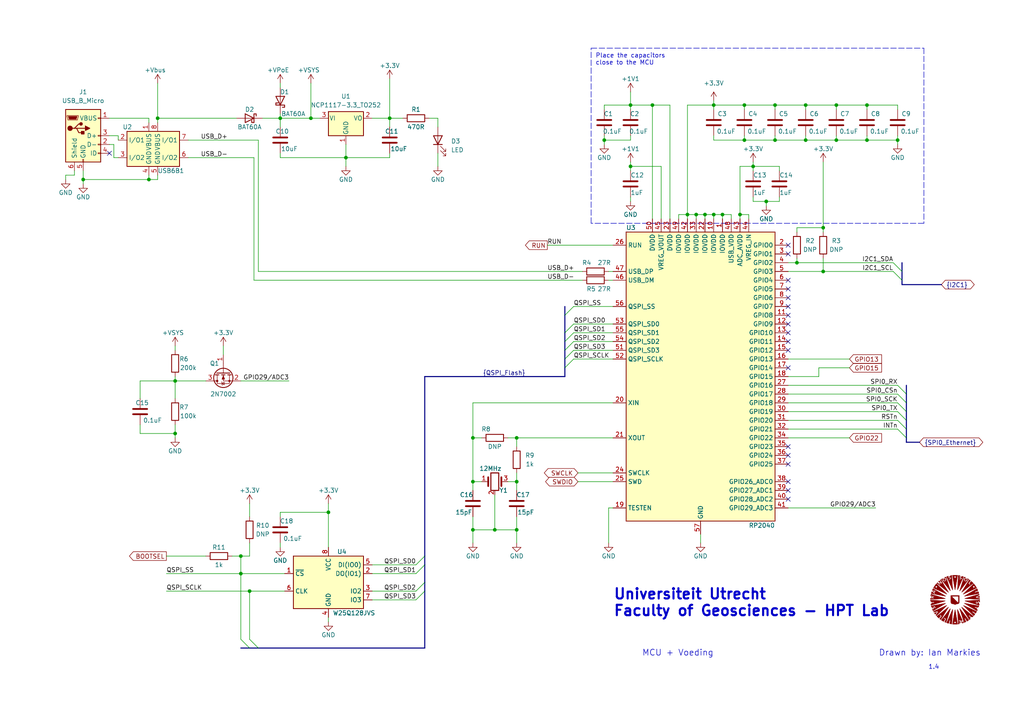
<source format=kicad_sch>
(kicad_sch (version 20211123) (generator eeschema)
  (paper "A4")
  (lib_symbols
    (symbol "+Vsys_1" (power) (in_bom no) (on_board no)
      (property "Value" "+Vsys_1" (at 0 3.81 0))
      (symbol "+Vsys_1_1_1"
        (pin power_in line (at 0 0 90) (length 0) hide (name "+VSYS") (number ""))
      )
    )
    (symbol "Connector:USB_B_Micro" (pin_names (offset 1.016))
      (property "Reference" "J" (at -5.08 11.43 0))
      (property "Value" "USB_B_Micro" (at -5.08 8.89 0))
      (symbol "USB_B_Micro_1_1"
        (pin power_out line (at 7.62 5.08 180) (length 2.54) (name "VBUS") (number "1"))
        (pin bidirectional line (at 7.62 -2.54 180) (length 2.54) (name "D-") (number "2"))
        (pin bidirectional line (at 7.62 0 180) (length 2.54) (name "D+") (number "3"))
        (pin passive line (at 7.62 -5.08 180) (length 2.54) (name "ID") (number "4"))
        (pin power_out line (at 0 -10.16 90) (length 2.54) (name "GND") (number "5"))
        (pin passive line (at -2.54 -10.16 90) (length 2.54) (name "Shield") (number "6"))
      )
    )
    (symbol "Device:C" (pin_numbers hide) (pin_names (offset 0.254))
      (property "Reference" "C" (at 0.635 2.54 0))
      (property "Value" "C" (at 0.635 -2.54 0))
      (symbol "C_1_1"
        (pin passive line (at 0 3.81 270) (length 2.794) (name "~") (number "1"))
        (pin passive line (at 0 -3.81 90) (length 2.794) (name "~") (number "2"))
      )
    )
    (symbol "Device:LED" (pin_numbers hide) (pin_names (offset 1.016) hide)
      (property "Reference" "D" (at 0 2.54 0))
      (property "Value" "LED" (at 0 -2.54 0))
      (symbol "LED_1_1"
        (pin passive line (at -3.81 0 0) (length 2.54) (name "K") (number "1"))
        (pin passive line (at 3.81 0 180) (length 2.54) (name "A") (number "2"))
      )
    )
    (symbol "Device:R" (pin_numbers hide) (pin_names (offset 0))
      (property "Reference" "R" (at 2.032 0 90))
      (property "Value" "R" (at 0 0 90))
      (symbol "R_1_1"
        (pin passive line (at 0 3.81 270) (length 1.27) (name "~") (number "1"))
        (pin passive line (at 0 -3.81 90) (length 1.27) (name "~") (number "2"))
      )
    )
    (symbol "Diode:BAT60A" (pin_numbers hide) (pin_names (offset 1.016) hide)
      (property "Reference" "D" (at 0 2.54 0))
      (property "Value" "BAT60A" (at 0 -2.54 0))
      (symbol "BAT60A_1_1"
        (pin passive line (at -3.81 0 0) (length 2.54) (name "K") (number "1"))
        (pin passive line (at 3.81 0 180) (length 2.54) (name "A") (number "2"))
      )
    )
    (symbol "HPT:+VPoE" (power) (in_bom no) (on_board no)
      (property "Value" "+VPoE" (at 0 5.08 0))
      (symbol "+VPoE_1_1"
        (pin power_in line (at 0 0 90) (length 0) hide (name "+VPoE") (number ""))
      )
    )
    (symbol "HPT:+Vbus" (power) (in_bom no) (on_board no)
      (property "Value" "+Vbus" (at 0 5.08 0))
      (symbol "+Vbus_1_1"
        (pin power_in line (at 0 0 90) (length 0) hide (name "+Vbus") (number ""))
      )
    )
    (symbol "HPT:+Vsys" (power) (in_bom no) (on_board no)
      (property "Value" "+Vsys" (at 0 3.81 0))
      (symbol "+Vsys_1_1"
        (pin power_in line (at 0 0 90) (length 0) hide (name "+VSYS") (number ""))
      )
    )
    (symbol "HPT:Crystal"
      (property "Reference" "U" (at 1.27 6.35 0))
      (property "Value" "Crystal" (at 0 -8.89 0))
      (symbol "Crystal_1_1"
        (pin passive line (at -3.81 0 0) (length 1.27) (name "") (number "1"))
        (pin passive line (at 0 -3.81 90) (length 1.27) (name "") (number "2"))
        (pin passive line (at 3.81 0 180) (length 1.27) (name "") (number "3"))
        (pin passive line (at 0 -3.81 90) (length 1.27) hide (name "") (number "4"))
      )
    )
    (symbol "HPT:LOGO" (pin_names (offset 1.016)))
    (symbol "MCU_RaspberryPi:RP2040"
      (property "Reference" "U3" (at -21.59 43.18 0))
      (property "Value" "RP2040" (at 13.97 -43.18 0))
      (symbol "RP2040_1_1"
        (pin power_in line (at 6.35 45.72 270) (length 3.81) (name "IOVDD") (number "1"))
        (pin power_in line (at 3.81 45.72 270) (length 3.81) (name "IOVDD") (number "10"))
        (pin bidirectional line (at 25.4 17.78 180) (length 3.81) (name "GPIO8") (number "11"))
        (pin bidirectional line (at 25.4 15.24 180) (length 3.81) (name "GPIO9") (number "12"))
        (pin bidirectional line (at 25.4 12.7 180) (length 3.81) (name "GPIO10") (number "13"))
        (pin bidirectional line (at 25.4 10.16 180) (length 3.81) (name "GPIO11") (number "14"))
        (pin bidirectional line (at 25.4 7.62 180) (length 3.81) (name "GPIO12") (number "15"))
        (pin bidirectional line (at 25.4 5.08 180) (length 3.81) (name "GPIO13") (number "16"))
        (pin bidirectional line (at 25.4 2.54 180) (length 3.81) (name "GPIO14") (number "17"))
        (pin bidirectional line (at 25.4 0 180) (length 3.81) (name "GPIO15") (number "18"))
        (pin input line (at -25.4 -38.1 0) (length 3.81) (name "TESTEN") (number "19"))
        (pin bidirectional line (at 25.4 38.1 180) (length 3.81) (name "GPIO0") (number "2"))
        (pin input line (at -25.4 -7.62 0) (length 3.81) (name "XIN") (number "20"))
        (pin passive line (at -25.4 -17.78 0) (length 3.81) (name "XOUT") (number "21"))
        (pin power_in line (at 1.27 45.72 270) (length 3.81) (name "IOVDD") (number "22"))
        (pin power_in line (at -8.89 45.72 270) (length 3.81) (name "DVDD") (number "23"))
        (pin output line (at -25.4 -27.94 0) (length 3.81) (name "SWCLK") (number "24"))
        (pin bidirectional line (at -25.4 -30.48 0) (length 3.81) (name "SWD") (number "25"))
        (pin input line (at -25.4 38.1 0) (length 3.81) (name "RUN") (number "26"))
        (pin bidirectional line (at 25.4 -2.54 180) (length 3.81) (name "GPIO16") (number "27"))
        (pin bidirectional line (at 25.4 -5.08 180) (length 3.81) (name "GPIO17") (number "28"))
        (pin bidirectional line (at 25.4 -7.62 180) (length 3.81) (name "GPIO18") (number "29"))
        (pin bidirectional line (at 25.4 35.56 180) (length 3.81) (name "GPIO1") (number "3"))
        (pin bidirectional line (at 25.4 -10.16 180) (length 3.81) (name "GPIO19") (number "30"))
        (pin bidirectional line (at 25.4 -12.7 180) (length 3.81) (name "GPIO20") (number "31"))
        (pin bidirectional line (at 25.4 -15.24 180) (length 3.81) (name "GPIO21") (number "32"))
        (pin power_in line (at -1.27 45.72 270) (length 3.81) (name "IOVDD") (number "33"))
        (pin bidirectional line (at 25.4 -17.78 180) (length 3.81) (name "GPIO22") (number "34"))
        (pin bidirectional line (at 25.4 -20.32 180) (length 3.81) (name "GPIO23") (number "35"))
        (pin bidirectional line (at 25.4 -22.86 180) (length 3.81) (name "GPIO24") (number "36"))
        (pin bidirectional line (at 25.4 -25.4 180) (length 3.81) (name "GPIO25") (number "37"))
        (pin bidirectional line (at 25.4 -30.48 180) (length 3.81) (name "GPIO26_ADC0") (number "38"))
        (pin bidirectional line (at 25.4 -33.02 180) (length 3.81) (name "GPIO27_ADC1") (number "39"))
        (pin bidirectional line (at 25.4 33.02 180) (length 3.81) (name "GPIO2") (number "4"))
        (pin bidirectional line (at 25.4 -35.56 180) (length 3.81) (name "GPIO28_ADC2") (number "40"))
        (pin bidirectional line (at 25.4 -38.1 180) (length 3.81) (name "GPIO29_ADC3") (number "41"))
        (pin power_in line (at -3.81 45.72 270) (length 3.81) (name "IOVDD") (number "42"))
        (pin power_in line (at 11.43 45.72 270) (length 3.81) (name "ADC_AVDD") (number "43"))
        (pin power_in line (at 13.97 45.72 270) (length 3.81) (name "VREG_IN") (number "44"))
        (pin power_out line (at -11.43 45.72 270) (length 3.81) (name "VREG_VOUT") (number "45"))
        (pin bidirectional line (at -25.4 27.94 0) (length 3.81) (name "USB_DM") (number "46"))
        (pin bidirectional line (at -25.4 30.48 0) (length 3.81) (name "USB_DP") (number "47"))
        (pin power_in line (at 8.89 45.72 270) (length 3.81) (name "USB_VDD") (number "48"))
        (pin power_in line (at -6.35 45.72 270) (length 3.81) (name "IOVDD") (number "49"))
        (pin bidirectional line (at 25.4 30.48 180) (length 3.81) (name "GPIO3") (number "5"))
        (pin power_in line (at -13.97 45.72 270) (length 3.81) (name "DVDD") (number "50"))
        (pin bidirectional line (at -25.4 7.62 0) (length 3.81) (name "QSPI_SD3") (number "51"))
        (pin output line (at -25.4 5.08 0) (length 3.81) (name "QSPI_SCLK") (number "52"))
        (pin bidirectional line (at -25.4 15.24 0) (length 3.81) (name "QSPI_SD0") (number "53"))
        (pin bidirectional line (at -25.4 10.16 0) (length 3.81) (name "QSPI_SD2") (number "54"))
        (pin bidirectional line (at -25.4 12.7 0) (length 3.81) (name "QSPI_SD1") (number "55"))
        (pin bidirectional line (at -25.4 20.32 0) (length 3.81) (name "QSPI_SS") (number "56"))
        (pin power_in line (at 0 -45.72 90) (length 3.81) (name "GND") (number "57"))
        (pin bidirectional line (at 25.4 27.94 180) (length 3.81) (name "GPIO4") (number "6"))
        (pin bidirectional line (at 25.4 25.4 180) (length 3.81) (name "GPIO5") (number "7"))
        (pin bidirectional line (at 25.4 22.86 180) (length 3.81) (name "GPIO6") (number "8"))
        (pin bidirectional line (at 25.4 20.32 180) (length 3.81) (name "GPIO7") (number "9"))
      )
    )
    (symbol "Memory_Flash:W25Q128JVS"
      (property "Reference" "U" (at -8.89 8.89 0))
      (property "Value" "W25Q128JVS" (at 7.62 8.89 0))
      (symbol "W25Q128JVS_1_1"
        (pin input line (at -12.7 2.54 0) (length 2.54) (name "~{CS}") (number "1"))
        (pin bidirectional line (at 12.7 2.54 180) (length 2.54) (name "DO(IO1)") (number "2"))
        (pin bidirectional line (at 12.7 -2.54 180) (length 2.54) (name "IO2") (number "3"))
        (pin power_in line (at 0 -10.16 90) (length 2.54) (name "GND") (number "4"))
        (pin bidirectional line (at 12.7 5.08 180) (length 2.54) (name "DI(IO0)") (number "5"))
        (pin input line (at -12.7 -2.54 0) (length 2.54) (name "CLK") (number "6"))
        (pin bidirectional line (at 12.7 -5.08 180) (length 2.54) (name "IO3") (number "7"))
        (pin power_in line (at 0 10.16 270) (length 2.54) (name "VCC") (number "8"))
      )
    )
    (symbol "Power_Protection:USB6B1"
      (property "Reference" "U2" (at -8.89 6.35 0))
      (property "Value" "USB6B1" (at 1.27 -6.35 0))
      (symbol "USB6B1_1_1"
        (pin passive line (at -1.27 7.62 270) (length 2.54) (name "VBUS") (number "1"))
        (pin passive line (at -10.16 2.54 0) (length 2.54) (name "I/O1") (number "2"))
        (pin passive line (at -10.16 -2.54 0) (length 2.54) (name "I/O2") (number "3"))
        (pin passive line (at -1.27 -7.62 90) (length 2.54) (name "GND") (number "4"))
        (pin passive line (at 1.27 -7.62 90) (length 2.54) (name "GND") (number "5"))
        (pin passive line (at 10.16 -2.54 180) (length 2.54) (name "I/O2") (number "6"))
        (pin passive line (at 10.16 2.54 180) (length 2.54) (name "I/O1") (number "7"))
        (pin passive line (at 1.27 7.62 270) (length 2.54) (name "VBUS") (number "8"))
      )
    )
    (symbol "Regulator_Linear:NCP1117-3.3_TO252" (pin_names (offset 0.254))
      (property "Reference" "U" (at -3.81 3.175 0))
      (property "Value" "NCP1117-3.3_TO252" (at 0 3.175 0))
      (symbol "NCP1117-3.3_TO252_1_1"
        (pin power_in line (at 0 -7.62 90) (length 2.54) (name "GND") (number "1"))
        (pin power_out line (at 7.62 0 180) (length 2.54) (name "VO") (number "2"))
        (pin power_in line (at -7.62 0 0) (length 2.54) (name "VI") (number "3"))
      )
    )
    (symbol "Transistor_FET:2N7002" (pin_names hide)
      (property "Reference" "Q" (at 5.08 1.905 0))
      (property "Value" "2N7002" (at 5.08 0 0))
      (symbol "2N7002_1_1"
        (pin input line (at -5.08 0 0) (length 2.54) (name "G") (number "1"))
        (pin passive line (at 2.54 -5.08 90) (length 2.54) (name "S") (number "2"))
        (pin passive line (at 2.54 5.08 270) (length 2.54) (name "D") (number "3"))
      )
    )
    (symbol "power:+1V1" (power) (pin_names (offset 0))
      (property "Value" "+1V1" (at 0 3.556 0))
      (symbol "+1V1_1_1"
        (pin power_in line (at 0 0 90) (length 0) hide (name "+1V1") (number "1"))
      )
    )
    (symbol "power:+3.3V" (power) (pin_names (offset 0))
      (property "Value" "+3.3V" (at 0 3.556 0))
      (symbol "+3.3V_1_1"
        (pin power_in line (at 0 0 90) (length 0) hide (name "+3.3V") (number "1"))
      )
    )
    (symbol "power:GND" (power) (pin_names (offset 0))
      (property "Value" "GND" (at 0 -3.81 0))
      (symbol "GND_1_1"
        (pin power_in line (at 0 0 270) (length 0) hide (name "GND") (number "1"))
      )
    )
  )
  (bus_alias "QSPI_Flash" (members "QSPI_SS" "QSPI_SCLK" "QSPI_SD0" "QSPI_SD1" "QSPI_SD2" "QSPI_SD3"))
  (bus_alias "I2C1" (members "I2C1_SDA" "I2C1_SCL"))
  (bus_alias "SPI0_Ethernet" (members "SPI0_RX" "SPI0_TX" "SPI0_SCK" "SPI0_CSn" "RSTn" "INTn"))
  (junction (at 137.16 127))
  (junction (at 113.03 34.29))
  (junction (at 207.01 62.23))
  (junction (at 69.85 161.29))
  (junction (at 209.55 62.23))
  (junction (at 242.57 30.48))
  (junction (at 189.23 30.48))
  (junction (at 238.76 78.74))
  (junction (at 204.47 62.23))
  (junction (at 251.46 30.48))
  (junction (at 100.33 45.72))
  (junction (at 45.72 34.29))
  (junction (at 175.26 40.64))
  (junction (at 50.8 110.49))
  (junction (at 149.86 153.67))
  (junction (at 199.39 62.23))
  (junction (at 137.16 139.7))
  (junction (at 215.9 40.64))
  (junction (at 207.01 30.48))
  (junction (at 222.25 58.42))
  (junction (at 214.63 62.23))
  (junction (at 69.85 166.37))
  (junction (at 224.79 40.64))
  (junction (at 233.68 40.64))
  (junction (at 24.13 52.07))
  (junction (at 90.17 34.29))
  (junction (at 182.88 30.48))
  (junction (at 50.8 125.73))
  (junction (at 218.44 48.26))
  (junction (at 72.39 171.45))
  (junction (at 81.28 34.29))
  (junction (at 224.79 30.48))
  (junction (at 242.57 40.64))
  (junction (at 251.46 40.64))
  (junction (at 137.16 153.67))
  (junction (at 143.51 153.67))
  (junction (at 260.35 40.64))
  (junction (at 149.86 127))
  (junction (at 233.68 30.48))
  (junction (at 182.88 48.26))
  (junction (at 43.18 52.07))
  (junction (at 201.93 62.23))
  (junction (at 95.25 148.59))
  (junction (at 238.76 66.04))
  (junction (at 149.86 139.7))
  (junction (at 215.9 30.48))
  (junction (at 231.14 76.2))
  (no_connect (at 228.6 101.6))
  (no_connect (at 228.6 129.54))
  (no_connect (at 228.6 81.28))
  (no_connect (at 228.6 83.82))
  (no_connect (at 228.6 71.12))
  (no_connect (at 228.6 73.66))
  (no_connect (at 228.6 86.36))
  (no_connect (at 228.6 88.9))
  (no_connect (at 228.6 144.78))
  (no_connect (at 228.6 142.24))
  (no_connect (at 228.6 134.62))
  (no_connect (at 228.6 139.7))
  (no_connect (at 228.6 91.44))
  (no_connect (at 228.6 93.98))
  (no_connect (at 228.6 96.52))
  (no_connect (at 228.6 99.06))
  (no_connect (at 228.6 132.08))
  (no_connect (at 228.6 106.68))
  (no_connect (at 31.75 44.45))
  (bus_entry (at 163.83 91.44) (size 2.54 -2.54))
  (bus_entry (at 261.62 81.28) (size -2.54 -2.54))
  (bus_entry (at 262.89 124.46) (size -2.54 -2.54))
  (bus_entry (at 261.62 78.74) (size -2.54 -2.54))
  (bus_entry (at 72.39 187.96) (size -2.54 -2.54))
  (bus_entry (at 74.93 187.96) (size -2.54 -2.54))
  (bus_entry (at 120.65 163.83) (size 2.54 -2.54))
  (bus_entry (at 120.65 173.99) (size 2.54 -2.54))
  (bus_entry (at 120.65 166.37) (size 2.54 -2.54))
  (bus_entry (at 120.65 171.45) (size 2.54 -2.54))
  (bus_entry (at 262.89 121.92) (size -2.54 -2.54))
  (bus_entry (at 262.89 127) (size -2.54 -2.54))
  (bus_entry (at 262.89 114.3) (size -2.54 -2.54))
  (bus_entry (at 262.89 116.84) (size -2.54 -2.54))
  (bus_entry (at 163.83 104.14) (size 2.54 -2.54))
  (bus_entry (at 163.83 101.6) (size 2.54 -2.54))
  (bus_entry (at 163.83 99.06) (size 2.54 -2.54))
  (bus_entry (at 163.83 106.68) (size 2.54 -2.54))
  (bus_entry (at 163.83 96.52) (size 2.54 -2.54))
  (bus_entry (at 262.89 119.38) (size -2.54 -2.54))
  (polyline (pts (xy 171.45 13.97) (xy 267.97 13.97)))
  (bus (pts (xy 262.89 121.92) (xy 262.89 124.46)))
  (wire (pts (xy 137.16 139.7) (xy 139.7 139.7)))
  (wire (pts (xy 199.39 62.23) (xy 201.93 62.23)))
  (wire (pts (xy 231.14 66.04) (xy 238.76 66.04)))
  (wire (pts (xy 218.44 46.99) (xy 218.44 48.26)))
  (wire (pts (xy 176.53 81.28) (xy 177.8 81.28)))
  (wire (pts (xy 43.18 50.8) (xy 43.18 52.07)))
  (wire (pts (xy 251.46 39.37) (xy 251.46 40.64)))
  (wire (pts (xy 149.86 157.48) (xy 149.86 153.67)))
  (wire (pts (xy 69.85 166.37) (xy 69.85 185.42)))
  (wire (pts (xy 24.13 49.53) (xy 24.13 52.07)))
  (wire (pts (xy 81.28 24.13) (xy 81.28 25.4)))
  (wire (pts (xy 224.79 40.64) (xy 215.9 40.64)))
  (wire (pts (xy 251.46 30.48) (xy 251.46 31.75)))
  (bus (pts (xy 261.62 82.55) (xy 273.05 82.55)))
  (wire (pts (xy 107.95 163.83) (xy 120.65 163.83)))
  (bus (pts (xy 123.19 163.83) (xy 123.19 168.91)))
  (wire (pts (xy 242.57 40.64) (xy 233.68 40.64)))
  (wire (pts (xy 74.93 78.74) (xy 74.93 40.64)))
  (bus (pts (xy 72.39 187.96) (xy 74.93 187.96)))
  (wire (pts (xy 204.47 62.23) (xy 204.47 63.5)))
  (wire (pts (xy 21.59 50.8) (xy 19.05 50.8)))
  (bus (pts (xy 261.62 76.2) (xy 261.62 78.74)))
  (wire (pts (xy 113.03 22.86) (xy 113.03 34.29)))
  (wire (pts (xy 40.64 110.49) (xy 50.8 110.49)))
  (wire (pts (xy 24.13 52.07) (xy 43.18 52.07)))
  (wire (pts (xy 224.79 30.48) (xy 224.79 31.75)))
  (bus (pts (xy 123.19 161.29) (xy 123.19 163.83)))
  (wire (pts (xy 73.66 81.28) (xy 73.66 45.72)))
  (wire (pts (xy 69.85 161.29) (xy 69.85 166.37)))
  (bus (pts (xy 262.89 114.3) (xy 262.89 116.84)))
  (wire (pts (xy 214.63 48.26) (xy 218.44 48.26)))
  (wire (pts (xy 166.37 96.52) (xy 177.8 96.52)))
  (wire (pts (xy 231.14 76.2) (xy 259.08 76.2)))
  (wire (pts (xy 139.7 127) (xy 137.16 127)))
  (wire (pts (xy 260.35 39.37) (xy 260.35 40.64)))
  (wire (pts (xy 69.85 166.37) (xy 82.55 166.37)))
  (wire (pts (xy 228.6 76.2) (xy 231.14 76.2)))
  (wire (pts (xy 189.23 30.48) (xy 182.88 30.48)))
  (wire (pts (xy 212.09 62.23) (xy 212.09 63.5)))
  (wire (pts (xy 81.28 36.83) (xy 81.28 34.29)))
  (wire (pts (xy 158.75 71.12) (xy 177.8 71.12)))
  (wire (pts (xy 228.6 111.76) (xy 260.35 111.76)))
  (wire (pts (xy 143.51 153.67) (xy 149.86 153.67)))
  (bus (pts (xy 261.62 78.74) (xy 261.62 81.28)))
  (wire (pts (xy 137.16 116.84) (xy 177.8 116.84)))
  (wire (pts (xy 242.57 30.48) (xy 233.68 30.48)))
  (wire (pts (xy 45.72 24.13) (xy 45.72 34.29)))
  (bus (pts (xy 261.62 81.28) (xy 261.62 82.55)))
  (wire (pts (xy 204.47 62.23) (xy 207.01 62.23)))
  (wire (pts (xy 176.53 147.32) (xy 176.53 157.48)))
  (wire (pts (xy 207.01 40.64) (xy 207.01 39.37)))
  (wire (pts (xy 100.33 41.91) (xy 100.33 45.72)))
  (wire (pts (xy 40.64 110.49) (xy 40.64 115.57)))
  (bus (pts (xy 163.83 101.6) (xy 163.83 104.14)))
  (wire (pts (xy 207.01 30.48) (xy 207.01 31.75)))
  (wire (pts (xy 95.25 146.05) (xy 95.25 148.59)))
  (wire (pts (xy 214.63 48.26) (xy 214.63 62.23)))
  (wire (pts (xy 166.37 101.6) (xy 177.8 101.6)))
  (wire (pts (xy 50.8 110.49) (xy 50.8 115.57)))
  (wire (pts (xy 31.75 34.29) (xy 43.18 34.29)))
  (wire (pts (xy 182.88 46.99) (xy 182.88 48.26)))
  (wire (pts (xy 113.03 45.72) (xy 100.33 45.72)))
  (wire (pts (xy 45.72 35.56) (xy 45.72 34.29)))
  (wire (pts (xy 54.61 45.72) (xy 73.66 45.72)))
  (wire (pts (xy 147.32 127) (xy 149.86 127)))
  (wire (pts (xy 226.06 58.42) (xy 226.06 57.15)))
  (wire (pts (xy 215.9 39.37) (xy 215.9 40.64)))
  (wire (pts (xy 175.26 40.64) (xy 175.26 39.37)))
  (wire (pts (xy 81.28 45.72) (xy 81.28 44.45)))
  (wire (pts (xy 182.88 39.37) (xy 182.88 40.64)))
  (wire (pts (xy 182.88 30.48) (xy 182.88 31.75)))
  (wire (pts (xy 231.14 66.04) (xy 231.14 67.31)))
  (wire (pts (xy 260.35 40.64) (xy 251.46 40.64)))
  (wire (pts (xy 74.93 78.74) (xy 168.91 78.74)))
  (wire (pts (xy 228.6 116.84) (xy 260.35 116.84)))
  (wire (pts (xy 238.76 74.93) (xy 238.76 78.74)))
  (wire (pts (xy 166.37 93.98) (xy 177.8 93.98)))
  (bus (pts (xy 262.89 127) (xy 262.89 128.27)))
  (wire (pts (xy 177.8 147.32) (xy 176.53 147.32)))
  (wire (pts (xy 33.02 41.91) (xy 33.02 45.72)))
  (wire (pts (xy 72.39 146.05) (xy 72.39 149.86)))
  (wire (pts (xy 238.76 66.04) (xy 238.76 67.31)))
  (wire (pts (xy 189.23 30.48) (xy 189.23 63.5)))
  (wire (pts (xy 24.13 53.34) (xy 24.13 52.07)))
  (wire (pts (xy 137.16 116.84) (xy 137.16 127)))
  (wire (pts (xy 207.01 29.21) (xy 207.01 30.48)))
  (wire (pts (xy 196.85 63.5) (xy 196.85 62.23)))
  (wire (pts (xy 72.39 157.48) (xy 72.39 161.29)))
  (wire (pts (xy 95.25 180.34) (xy 95.25 179.07)))
  (wire (pts (xy 113.03 36.83) (xy 113.03 34.29)))
  (wire (pts (xy 242.57 39.37) (xy 242.57 40.64)))
  (wire (pts (xy 107.95 173.99) (xy 120.65 173.99)))
  (wire (pts (xy 199.39 62.23) (xy 199.39 63.5)))
  (wire (pts (xy 214.63 62.23) (xy 214.63 63.5)))
  (wire (pts (xy 19.05 50.8) (xy 19.05 52.07)))
  (wire (pts (xy 228.6 114.3) (xy 260.35 114.3)))
  (wire (pts (xy 72.39 171.45) (xy 82.55 171.45)))
  (wire (pts (xy 50.8 125.73) (xy 50.8 127)))
  (wire (pts (xy 166.37 88.9) (xy 177.8 88.9)))
  (wire (pts (xy 194.31 30.48) (xy 189.23 30.48)))
  (wire (pts (xy 199.39 30.48) (xy 199.39 62.23)))
  (wire (pts (xy 72.39 171.45) (xy 72.39 185.42)))
  (wire (pts (xy 90.17 34.29) (xy 92.71 34.29)))
  (bus (pts (xy 262.89 128.27) (xy 266.7 128.27)))
  (wire (pts (xy 107.95 34.29) (xy 113.03 34.29)))
  (bus (pts (xy 262.89 116.84) (xy 262.89 119.38)))
  (bus (pts (xy 262.89 111.76) (xy 262.89 114.3)))
  (wire (pts (xy 207.01 30.48) (xy 199.39 30.48)))
  (wire (pts (xy 260.35 30.48) (xy 251.46 30.48)))
  (wire (pts (xy 209.55 62.23) (xy 212.09 62.23)))
  (wire (pts (xy 95.25 148.59) (xy 95.25 158.75)))
  (bus (pts (xy 163.83 104.14) (xy 163.83 106.68)))
  (wire (pts (xy 73.66 81.28) (xy 168.91 81.28)))
  (wire (pts (xy 149.86 127) (xy 177.8 127)))
  (wire (pts (xy 238.76 78.74) (xy 259.08 78.74)))
  (bus (pts (xy 123.19 171.45) (xy 123.19 187.96)))
  (wire (pts (xy 137.16 127) (xy 137.16 139.7)))
  (wire (pts (xy 176.53 78.74) (xy 177.8 78.74)))
  (bus (pts (xy 262.89 124.46) (xy 262.89 127)))
  (wire (pts (xy 149.86 137.16) (xy 149.86 139.7)))
  (wire (pts (xy 222.25 58.42) (xy 226.06 58.42)))
  (wire (pts (xy 226.06 49.53) (xy 226.06 48.26)))
  (wire (pts (xy 40.64 125.73) (xy 50.8 125.73)))
  (wire (pts (xy 124.46 34.29) (xy 127 34.29)))
  (polyline (pts (xy 267.97 13.97) (xy 267.97 64.77)))
  (wire (pts (xy 166.37 104.14) (xy 177.8 104.14)))
  (bus (pts (xy 123.19 168.91) (xy 123.19 171.45)))
  (wire (pts (xy 166.37 99.06) (xy 177.8 99.06)))
  (wire (pts (xy 175.26 41.91) (xy 175.26 40.64)))
  (wire (pts (xy 81.28 149.86) (xy 81.28 148.59)))
  (wire (pts (xy 251.46 30.48) (xy 242.57 30.48)))
  (wire (pts (xy 149.86 139.7) (xy 149.86 142.24)))
  (bus (pts (xy 123.19 109.22) (xy 123.19 161.29)))
  (wire (pts (xy 48.26 161.29) (xy 59.69 161.29)))
  (wire (pts (xy 218.44 58.42) (xy 222.25 58.42)))
  (wire (pts (xy 167.64 139.7) (xy 177.8 139.7)))
  (wire (pts (xy 48.26 166.37) (xy 69.85 166.37)))
  (wire (pts (xy 147.32 139.7) (xy 149.86 139.7)))
  (wire (pts (xy 50.8 100.33) (xy 50.8 101.6)))
  (wire (pts (xy 217.17 62.23) (xy 217.17 63.5)))
  (wire (pts (xy 50.8 109.22) (xy 50.8 110.49)))
  (wire (pts (xy 175.26 30.48) (xy 182.88 30.48)))
  (wire (pts (xy 218.44 57.15) (xy 218.44 58.42)))
  (wire (pts (xy 231.14 76.2) (xy 231.14 74.93)))
  (wire (pts (xy 81.28 157.48) (xy 81.28 158.75)))
  (wire (pts (xy 69.85 110.49) (xy 83.82 110.49)))
  (wire (pts (xy 228.6 124.46) (xy 260.35 124.46)))
  (wire (pts (xy 214.63 62.23) (xy 217.17 62.23)))
  (wire (pts (xy 228.6 78.74) (xy 238.76 78.74)))
  (wire (pts (xy 201.93 62.23) (xy 204.47 62.23)))
  (wire (pts (xy 233.68 39.37) (xy 233.68 40.64)))
  (bus (pts (xy 163.83 106.68) (xy 163.83 109.22)))
  (wire (pts (xy 228.6 127) (xy 246.38 127)))
  (wire (pts (xy 107.95 171.45) (xy 120.65 171.45)))
  (wire (pts (xy 238.76 46.99) (xy 238.76 66.04)))
  (wire (pts (xy 43.18 34.29) (xy 43.18 35.56)))
  (wire (pts (xy 90.17 24.13) (xy 90.17 34.29)))
  (wire (pts (xy 31.75 41.91) (xy 33.02 41.91)))
  (wire (pts (xy 233.68 30.48) (xy 224.79 30.48)))
  (wire (pts (xy 228.6 119.38) (xy 260.35 119.38)))
  (bus (pts (xy 74.93 187.96) (xy 123.19 187.96)))
  (wire (pts (xy 40.64 123.19) (xy 40.64 125.73)))
  (wire (pts (xy 100.33 45.72) (xy 81.28 45.72)))
  (wire (pts (xy 33.02 45.72) (xy 34.29 45.72)))
  (wire (pts (xy 260.35 41.91) (xy 260.35 40.64)))
  (wire (pts (xy 50.8 123.19) (xy 50.8 125.73)))
  (wire (pts (xy 59.69 110.49) (xy 50.8 110.49)))
  (wire (pts (xy 76.2 34.29) (xy 81.28 34.29)))
  (bus (pts (xy 163.83 96.52) (xy 163.83 99.06)))
  (wire (pts (xy 260.35 31.75) (xy 260.35 30.48)))
  (wire (pts (xy 137.16 149.86) (xy 137.16 153.67)))
  (wire (pts (xy 137.16 139.7) (xy 137.16 142.24)))
  (wire (pts (xy 182.88 58.42) (xy 182.88 57.15)))
  (bus (pts (xy 163.83 109.22) (xy 123.19 109.22)))
  (bus (pts (xy 69.85 187.96) (xy 72.39 187.96)))
  (wire (pts (xy 218.44 48.26) (xy 218.44 49.53)))
  (wire (pts (xy 127 34.29) (xy 127 36.83)))
  (wire (pts (xy 100.33 45.72) (xy 100.33 48.26)))
  (wire (pts (xy 113.03 44.45) (xy 113.03 45.72)))
  (wire (pts (xy 54.61 40.64) (xy 74.93 40.64)))
  (wire (pts (xy 228.6 109.22) (xy 237.49 109.22)))
  (wire (pts (xy 191.77 48.26) (xy 182.88 48.26)))
  (wire (pts (xy 207.01 62.23) (xy 209.55 62.23)))
  (wire (pts (xy 215.9 30.48) (xy 207.01 30.48)))
  (wire (pts (xy 228.6 104.14) (xy 246.38 104.14)))
  (wire (pts (xy 81.28 33.02) (xy 81.28 34.29)))
  (wire (pts (xy 196.85 62.23) (xy 199.39 62.23)))
  (wire (pts (xy 67.31 161.29) (xy 69.85 161.29)))
  (wire (pts (xy 48.26 171.45) (xy 72.39 171.45)))
  (wire (pts (xy 175.26 31.75) (xy 175.26 30.48)))
  (bus (pts (xy 163.83 91.44) (xy 163.83 96.52)))
  (wire (pts (xy 233.68 30.48) (xy 233.68 31.75)))
  (wire (pts (xy 182.88 48.26) (xy 182.88 49.53)))
  (wire (pts (xy 149.86 127) (xy 149.86 129.54)))
  (wire (pts (xy 45.72 50.8) (xy 45.72 52.07)))
  (wire (pts (xy 81.28 148.59) (xy 95.25 148.59)))
  (wire (pts (xy 224.79 39.37) (xy 224.79 40.64)))
  (wire (pts (xy 207.01 62.23) (xy 207.01 63.5)))
  (wire (pts (xy 209.55 62.23) (xy 209.55 63.5)))
  (wire (pts (xy 81.28 34.29) (xy 90.17 34.29)))
  (wire (pts (xy 194.31 63.5) (xy 194.31 30.48)))
  (wire (pts (xy 201.93 62.23) (xy 201.93 63.5)))
  (wire (pts (xy 215.9 40.64) (xy 207.01 40.64)))
  (wire (pts (xy 107.95 166.37) (xy 120.65 166.37)))
  (wire (pts (xy 203.2 154.94) (xy 203.2 157.48)))
  (wire (pts (xy 34.29 39.37) (xy 34.29 40.64)))
  (wire (pts (xy 64.77 102.87) (xy 64.77 100.33)))
  (wire (pts (xy 242.57 30.48) (xy 242.57 31.75)))
  (wire (pts (xy 228.6 121.92) (xy 260.35 121.92)))
  (wire (pts (xy 137.16 157.48) (xy 137.16 153.67)))
  (polyline (pts (xy 267.97 64.77) (xy 171.45 64.77)))
  (wire (pts (xy 43.18 52.07) (xy 45.72 52.07)))
  (wire (pts (xy 215.9 30.48) (xy 215.9 31.75)))
  (wire (pts (xy 137.16 153.67) (xy 143.51 153.67)))
  (wire (pts (xy 233.68 40.64) (xy 224.79 40.64)))
  (wire (pts (xy 149.86 149.86) (xy 149.86 153.67)))
  (wire (pts (xy 224.79 30.48) (xy 215.9 30.48)))
  (wire (pts (xy 72.39 161.29) (xy 69.85 161.29)))
  (wire (pts (xy 191.77 48.26) (xy 191.77 63.5)))
  (wire (pts (xy 251.46 40.64) (xy 242.57 40.64)))
  (wire (pts (xy 237.49 109.22) (xy 237.49 106.68)))
  (wire (pts (xy 182.88 26.67) (xy 182.88 30.48)))
  (wire (pts (xy 218.44 48.26) (xy 226.06 48.26)))
  (wire (pts (xy 113.03 34.29) (xy 116.84 34.29)))
  (bus (pts (xy 163.83 88.9) (xy 163.83 91.44)))
  (wire (pts (xy 21.59 49.53) (xy 21.59 50.8)))
  (wire (pts (xy 45.72 34.29) (xy 68.58 34.29)))
  (wire (pts (xy 237.49 106.68) (xy 246.38 106.68)))
  (polyline (pts (xy 171.45 64.77) (xy 171.45 13.97)))
  (wire (pts (xy 143.51 143.51) (xy 143.51 153.67)))
  (wire (pts (xy 228.6 147.32) (xy 254 147.32)))
  (wire (pts (xy 127 44.45) (xy 127 48.26)))
  (wire (pts (xy 31.75 39.37) (xy 34.29 39.37)))
  (wire (pts (xy 167.64 137.16) (xy 177.8 137.16)))
  (wire (pts (xy 182.88 40.64) (xy 175.26 40.64)))
  (bus (pts (xy 163.83 99.06) (xy 163.83 101.6)))
  (bus (pts (xy 262.89 119.38) (xy 262.89 121.92)))
  (wire (pts (xy 222.25 59.69) (xy 222.25 58.42)))
  (text "Drawn by: Ian Markies" (at 284.48 190.5 180) (effects (font (size 1.75 1.75)) (justify right bottom)))
  (text "Universiteit Utrecht\nFaculty of Geosciences - HPT Lab" (at 177.8 179.07 0) (effects (font (size 3 3) (thickness 0.6) bold) (justify left bottom)))
  (text "1.4" (at 269.24 194.31 0) (effects (font (size 1.27 1.27)) (justify left bottom)))
  (text "MCU + Voeding" (at 207.01 190.5 180) (effects (font (size 1.75 1.75)) (justify right bottom)))
  (text "Place the capacitors\nclose to the MCU" (at 172.72 19.05 0) (effects (font (size 1.27 1.27)) (justify left bottom)))
  (label "INTn" (at 260.35 124.46 180))
  (label "QSPI_SD1" (at 120.65 166.37 180))
  (label "QSPI_SCLK" (at 48.26 171.45 0))
  (label "QSPI_SD3" (at 120.65 173.99 180))
  (label "QSPI_SD2" (at 166.37 99.06 0))
  (label "RSTn" (at 260.35 121.92 180))
  (label "SPI0_RX" (at 260.35 111.76 180))
  (label "I2C1_SDA" (at 259.08 76.2 180))
  (label "QSPI_SD2" (at 120.65 171.45 180))
  (label "RUN" (at 158.75 71.12 0))
  (label "{QSPI_Flash}" (at 152.4 109.22 180))
  (label "SPI0_CSn" (at 260.35 114.3 180))
  (label "QSPI_SD0" (at 120.65 163.83 180))
  (label "USB_D-" (at 66.04 45.72 180))
  (label "GPIO29{slash}ADC3" (at 83.82 110.49 180))
  (label "QSPI_SD0" (at 166.37 93.98 0))
  (label "USB_D+" (at 158.75 78.74 0))
  (label "USB_D-" (at 158.75 81.28 0))
  (label "QSPI_SCLK" (at 166.37 104.14 0))
  (label "USB_D+" (at 66.04 40.64 180))
  (label "QSPI_SS" (at 166.37 88.9 0))
  (label "QSPI_SD3" (at 166.37 101.6 0))
  (label "SPI0_SCK" (at 260.35 116.84 180))
  (label "SPI0_TX" (at 260.35 119.38 180))
  (label "QSPI_SS" (at 48.26 166.37 0))
  (label "QSPI_SD1" (at 166.37 96.52 0))
  (label "GPIO29{slash}ADC3" (at 254 147.32 180))
  (label "I2C1_SCL" (at 259.08 78.74 180))
  (global_label "{I2C1}" (shape bidirectional) (at 273.05 82.55 0) (property "Intersheet References" "${INTERSHEET_REFS}" (effects hide)))
  (global_label "RUN" (shape output) (at 158.75 71.12 180) (property "Intersheet References" "${INTERSHEET_REFS}" (effects hide)))
  (global_label "SWCLK" (shape bidirectional) (at 167.64 137.16 180) (property "Intersheet References" "${INTERSHEET_REFS}" (effects hide)))
  (global_label "SWDIO" (shape bidirectional) (at 167.64 139.7 180) (property "Intersheet References" "${INTERSHEET_REFS}" (effects hide)))
  (global_label "GPIO15" (shape input) (at 246.38 106.68 0) (property "Intersheet References" "${INTERSHEET_REFS}" (effects hide)))
  (global_label "BOOTSEL" (shape output) (at 48.26 161.29 180) (property "Intersheet References" "${INTERSHEET_REFS}" (effects hide)))
  (global_label "GPIO13" (shape input) (at 246.38 104.14 0) (property "Intersheet References" "${INTERSHEET_REFS}" (effects hide)))
  (global_label "GPIO22" (shape input) (at 246.38 127 0) (property "Intersheet References" "${INTERSHEET_REFS}" (effects hide)))
  (global_label "{SPI0_Ethernet}" (shape bidirectional) (at 266.7 128.27 0) (property "Intersheet References" "${INTERSHEET_REFS}" (effects hide)))
  (symbol (lib_name "+Vsys_1") (lib_id "HPT:+Vsys") (at 90.17 24.13 0) (unit 1) (in_bom no) (on_board no)
    (property "Reference" "#U03" (effects hide))
    (property "Value" "+Vsys" (at 86.36 20.32 0) (effects (justify left)))
  )
  (symbol (lib_id "Device:R") (at 149.86 133.35 0) (mirror x) (unit 1)
    (property "Reference" "R9" (at 153.67 132.08 0))
    (property "Value" "1k" (at 153.67 134.62 0))
    (property "Footprint" "Resistor_SMD:R_0402_1005Metric" (effects hide))
  )
  (symbol (lib_id "power:+3.3V") (at 207.01 29.21 0) (unit 1)
    (property "Reference" "#PWR03" (effects hide))
    (property "Value" "+3.3V" (at 207.01 24.13 0))
  )
  (symbol (lib_id "HPT:Crystal") (at 143.51 139.7 0) (unit 1)
    (property "Reference" "Y1" (at 146.05 142.24 0))
    (property "Value" "12MHz" (at 142.24 135.89 0))
    (property "Footprint" "Crystal:Crystal_SMD_Abracon_ABM8G-4Pin_3.2x2.5mm" (effects hide))
  )
  (symbol (lib_id "Device:C") (at 81.28 153.67 0) (mirror y) (unit 1)
    (property "Reference" "C18" (at 85.09 151.13 0) (effects (justify left)))
    (property "Value" "0.1uF" (at 87.63 156.21 0) (effects (justify left)))
    (property "Footprint" "Capacitor_SMD:C_0402_1005Metric" (effects hide))
  )
  (symbol (lib_id "power:GND") (at 19.05 52.07 0) (unit 1)
    (property "Reference" "#PWR011" (effects hide))
    (property "Value" "GND" (at 19.05 55.88 0))
  )
  (symbol (lib_id "Device:R") (at 63.5 161.29 270) (mirror x) (unit 1)
    (property "Reference" "R11" (at 63.5 158.75 90))
    (property "Value" "1k" (at 63.5 163.83 90))
    (property "Footprint" "Resistor_SMD:R_0402_1005Metric" (effects hide))
  )
  (symbol (lib_id "power:GND") (at 50.8 127 0) (unit 1)
    (property "Reference" "#PWR016" (effects hide))
    (property "Value" "GND" (at 50.8 130.81 0))
  )
  (symbol (lib_id "power:+1V1") (at 182.88 46.99 0) (unit 1)
    (property "Reference" "#PWR06" (effects hide))
    (property "Value" "+1V1" (at 182.88 43.18 0))
  )
  (symbol (lib_id "Power_Protection:USB6B1") (at 44.45 43.18 0) (unit 1)
    (property "Reference" "U2" (at 35.56 36.83 0) (effects (justify left)))
    (property "Value" "USB6B1" (at 45.72 49.53 0) (effects (justify left)))
    (property "Footprint" "Package_SO:SOIC-8_3.9x4.9mm_P1.27mm" (effects hide))
    (property "Datasheet" "http://www.st.com/content/ccc/resource/technical/document/datasheet/3e/ec/b2/54/b2/76/47/90/CD00001361.pdf/files/CD00001361.pdf/jcr:content/translations/en.CD00001361.pdf" (effects hide))
  )
  (symbol (lib_id "Regulator_Linear:NCP1117-3.3_TO252") (at 100.33 34.29 0) (unit 1)
    (property "Reference" "U1" (at 100.33 27.94 0))
    (property "Value" "NCP1117-3.3_TO252" (at 100.33 30.48 0))
    (property "Footprint" "Package_TO_SOT_SMD:TO-252-2" (effects hide))
    (property "Datasheet" "http://www.onsemi.com/pub_link/Collateral/NCP1117-D.PDF" (effects hide))
  )
  (symbol (lib_id "power:+3.3V") (at 218.44 46.99 0) (unit 1)
    (property "Reference" "#PWR07" (effects hide))
    (property "Value" "+3.3V" (at 218.44 43.18 0))
  )
  (symbol (lib_id "Device:C") (at 215.9 35.56 0) (mirror y) (unit 1)
    (property "Reference" "C4" (at 219.71 33.02 0) (effects (justify left)))
    (property "Value" "0.1uF" (at 222.25 38.1 0) (effects (justify left)))
    (property "Footprint" "Capacitor_SMD:C_0402_1005Metric" (effects hide))
  )
  (symbol (lib_id "power:GND") (at 260.35 41.91 0) (unit 1)
    (property "Reference" "#PWR05" (effects hide))
    (property "Value" "GND" (at 260.35 45.72 0))
  )
  (symbol (lib_id "power:GND") (at 137.16 157.48 0) (mirror y) (unit 1)
    (property "Reference" "#PWR019" (effects hide))
    (property "Value" "GND" (at 137.16 161.29 0))
  )
  (symbol (lib_id "power:+3.3V") (at 72.39 146.05 0) (unit 1)
    (property "Reference" "#PWR017" (effects hide))
    (property "Value" "+3.3V" (at 72.39 142.24 0))
  )
  (symbol (lib_id "HPT:+VPoE") (at 81.28 24.13 0) (unit 1) (in_bom no) (on_board no)
    (property "Reference" "#U02" (effects hide))
    (property "Value" "+VPoE" (at 77.47 20.32 0) (effects (justify left)))
  )
  (symbol (lib_id "Device:R") (at 231.14 71.12 0) (mirror x) (unit 1)
    (property "Reference" "R2" (at 234.95 69.85 0))
    (property "Value" "DNP" (at 234.95 72.39 0))
    (property "Footprint" "Resistor_SMD:R_0402_1005Metric" (effects hide))
  )
  (symbol (lib_id "Diode:BAT60A") (at 72.39 34.29 0) (mirror y) (unit 1)
    (property "Reference" "D2" (at 72.39 31.75 0))
    (property "Value" "BAT60A" (at 72.39 36.83 0))
    (property "Footprint" "Diode_SMD:D_SOD-323" (effects hide))
    (property "Datasheet" "https://www.infineon.com/dgdl/Infineon-BAT60ASERIES-DS-v01_01-en.pdf?fileId=db3a304313d846880113def70c9304a9" (effects hide))
  )
  (symbol (lib_id "power:GND") (at 100.33 48.26 0) (unit 1)
    (property "Reference" "#PWR09" (effects hide))
    (property "Value" "GND" (at 100.33 52.07 0))
  )
  (symbol (lib_id "Device:C") (at 175.26 35.56 0) (mirror y) (unit 1)
    (property "Reference" "C1" (at 177.8 33.02 0) (effects (justify left)))
    (property "Value" "0.1uF" (at 180.34 38.1 0) (effects (justify left)))
    (property "Footprint" "Capacitor_SMD:C_0402_1005Metric" (effects hide))
  )
  (symbol (lib_id "Device:LED") (at 127 40.64 90) (unit 1)
    (property "Reference" "D3" (at 130.81 40.9574 90) (effects (justify right)))
    (property "Value" "LED" (at 130.81 43.4974 90) (effects (justify right)))
    (property "Footprint" "HPT:LED" (effects hide))
  )
  (symbol (lib_id "Device:C") (at 40.64 119.38 0) (mirror y) (unit 1)
    (property "Reference" "C15" (at 43.18 116.84 0) (effects (justify left)))
    (property "Value" "0.1uF" (at 46.99 121.92 0) (effects (justify left)))
    (property "Footprint" "Capacitor_SMD:C_0402_1005Metric" (effects hide))
  )
  (symbol (lib_id "power:GND") (at 175.26 41.91 0) (unit 1)
    (property "Reference" "#PWR04" (effects hide))
    (property "Value" "GND" (at 175.26 45.72 0))
  )
  (symbol (lib_id "HPT:+Vsys") (at 50.8 100.33 0) (unit 1) (in_bom no) (on_board no)
    (property "Reference" "#U04" (effects hide))
    (property "Value" "+Vsys" (at 46.99 96.52 0) (effects (justify left)))
  )
  (symbol (lib_id "power:GND") (at 203.2 157.48 0) (unit 1)
    (property "Reference" "#PWR022" (effects hide))
    (property "Value" "GND" (at 203.2 161.29 0))
  )
  (symbol (lib_id "power:GND") (at 127 48.26 0) (unit 1)
    (property "Reference" "#PWR010" (effects hide))
    (property "Value" "GND" (at 127 52.07 0))
  )
  (symbol (lib_id "Device:R") (at 120.65 34.29 270) (mirror x) (unit 1)
    (property "Reference" "R1" (at 120.65 31.75 90))
    (property "Value" "470R" (at 120.65 36.83 90))
    (property "Footprint" "Resistor_SMD:R_0402_1005Metric" (effects hide))
  )
  (symbol (lib_id "MCU_RaspberryPi:RP2040") (at 203.2 109.22 0) (unit 1)
    (property "Reference" "U3" (at 181.61 66.04 0) (effects (justify left)))
    (property "Value" "RP2040" (at 217.17 152.4 0) (effects (justify left)))
    (property "Footprint" "Package_DFN_QFN:QFN-56-1EP_7x7mm_P0.4mm_EP3.2x3.2mm" (effects hide))
    (property "Datasheet" "https://datasheets.raspberrypi.com/rp2040/rp2040-datasheet.pdf" (effects hide))
  )
  (symbol (lib_id "power:+3.3V") (at 238.76 46.99 0) (unit 1)
    (property "Reference" "#PWR08" (effects hide))
    (property "Value" "+3.3V" (at 238.76 43.18 0))
  )
  (symbol (lib_id "power:+3.3V") (at 113.03 22.86 0) (unit 1)
    (property "Reference" "#PWR01" (effects hide))
    (property "Value" "+3.3V" (at 113.03 19.05 0))
  )
  (symbol (lib_id "power:GND") (at 182.88 58.42 0) (unit 1)
    (property "Reference" "#PWR013" (effects hide))
    (property "Value" "GND" (at 182.88 62.23 0))
  )
  (symbol (lib_id "Device:C") (at 182.88 35.56 0) (mirror y) (unit 1)
    (property "Reference" "C2" (at 185.42 33.02 0) (effects (justify left)))
    (property "Value" "0.1uF" (at 187.96 38.1 0) (effects (justify left)))
    (property "Footprint" "Capacitor_SMD:C_0402_1005Metric" (effects hide))
  )
  (symbol (lib_id "power:+1V1") (at 182.88 26.67 0) (unit 1)
    (property "Reference" "#PWR02" (effects hide))
    (property "Value" "+1V1" (at 182.88 22.86 0))
  )
  (symbol (lib_id "power:+3.3V") (at 64.77 100.33 0) (unit 1)
    (property "Reference" "#PWR015" (effects hide))
    (property "Value" "+3.3V" (at 64.77 96.52 0))
  )
  (symbol (lib_id "power:+3.3V") (at 95.25 146.05 0) (unit 1)
    (property "Reference" "#PWR018" (effects hide))
    (property "Value" "+3.3V" (at 95.25 142.24 0))
  )
  (symbol (lib_id "Diode:BAT60A") (at 81.28 29.21 270) (mirror x) (unit 1)
    (property "Reference" "D1" (at 82.55 26.67 90))
    (property "Value" "BAT60A" (at 85.09 33.02 90))
    (property "Footprint" "Diode_SMD:D_SOD-323" (effects hide))
    (property "Datasheet" "https://www.infineon.com/dgdl/Infineon-BAT60ASERIES-DS-v01_01-en.pdf?fileId=db3a304313d846880113def70c9304a9" (effects hide))
  )
  (symbol (lib_id "Device:R") (at 50.8 105.41 0) (mirror x) (unit 1)
    (property "Reference" "R6" (at 53.34 104.14 0))
    (property "Value" "200k" (at 54.61 106.68 0))
    (property "Footprint" "Resistor_SMD:R_0402_1005Metric" (effects hide))
  )
  (symbol (lib_id "power:GND") (at 176.53 157.48 0) (unit 1)
    (property "Reference" "#PWR021" (effects hide))
    (property "Value" "GND" (at 176.53 161.29 0))
  )
  (symbol (lib_id "Device:C") (at 242.57 35.56 0) (mirror y) (unit 1)
    (property "Reference" "C7" (at 246.38 33.02 0) (effects (justify left)))
    (property "Value" "0.1uF" (at 248.92 38.1 0) (effects (justify left)))
    (property "Footprint" "Capacitor_SMD:C_0402_1005Metric" (effects hide))
  )
  (symbol (lib_id "Device:C") (at 218.44 53.34 0) (unit 1)
    (property "Reference" "C13" (at 218.44 50.8 0) (effects (justify left)))
    (property "Value" "1uF" (at 218.44 55.88 0) (effects (justify left)))
    (property "Footprint" "Capacitor_SMD:C_0402_1005Metric" (effects hide))
  )
  (symbol (lib_id "power:GND") (at 149.86 157.48 0) (mirror y) (unit 1)
    (property "Reference" "#PWR020" (effects hide))
    (property "Value" "GND" (at 149.86 161.29 0))
  )
  (symbol (lib_id "Device:C") (at 81.28 40.64 0) (mirror y) (unit 1)
    (property "Reference" "C10" (at 83.82 38.1 0) (effects (justify left)))
    (property "Value" "10uF" (at 86.36 43.18 0) (effects (justify left)))
    (property "Footprint" "Capacitor_SMD:C_0402_1005Metric" (effects hide))
  )
  (symbol (lib_id "Device:R") (at 143.51 127 270) (mirror x) (unit 1)
    (property "Reference" "R8" (at 140.97 124.46 90))
    (property "Value" "DNP" (at 143.51 129.54 90))
    (property "Footprint" "Resistor_SMD:R_0402_1005Metric" (effects hide))
  )
  (symbol (lib_id "Device:C") (at 251.46 35.56 0) (mirror y) (unit 1)
    (property "Reference" "C8" (at 255.27 33.02 0) (effects (justify left)))
    (property "Value" "0.1uF" (at 257.81 38.1 0) (effects (justify left)))
    (property "Footprint" "Capacitor_SMD:C_0402_1005Metric" (effects hide))
  )
  (symbol (lib_id "Device:C") (at 113.03 40.64 0) (mirror y) (unit 1)
    (property "Reference" "C11" (at 115.57 38.1 0) (effects (justify left)))
    (property "Value" "10uF" (at 118.11 43.18 0) (effects (justify left)))
    (property "Footprint" "Capacitor_SMD:C_0402_1005Metric" (effects hide))
  )
  (symbol (lib_id "Device:R") (at 72.39 153.67 0) (mirror x) (unit 1)
    (property "Reference" "R10" (at 76.2 152.4 0))
    (property "Value" "DNP" (at 76.2 154.94 0))
    (property "Footprint" "Resistor_SMD:R_0402_1005Metric" (effects hide))
  )
  (symbol (lib_id "Transistor_FET:2N7002") (at 64.77 107.95 90) (mirror x) (unit 1)
    (property "Reference" "Q1" (at 62.23 105.41 90))
    (property "Value" "2N7002" (at 64.77 114.3 90))
    (property "Footprint" "Package_TO_SOT_SMD:SOT-23" (effects hide))
    (property "Datasheet" "https://www.onsemi.com/pub/Collateral/NDS7002A-D.PDF" (effects hide))
  )
  (symbol (lib_id "Device:C") (at 207.01 35.56 0) (mirror y) (unit 1)
    (property "Reference" "C3" (at 210.82 33.02 0) (effects (justify left)))
    (property "Value" "0.1uF" (at 213.36 38.1 0) (effects (justify left)))
    (property "Footprint" "Capacitor_SMD:C_0402_1005Metric" (effects hide))
  )
  (symbol (lib_id "power:GND") (at 222.25 59.69 0) (unit 1)
    (property "Reference" "#PWR014" (effects hide))
    (property "Value" "GND" (at 222.25 63.5 0))
  )
  (symbol (lib_id "HPT:+Vbus") (at 45.72 24.13 0) (unit 1) (in_bom no) (on_board no)
    (property "Reference" "#U01" (effects hide))
    (property "Value" "+Vbus" (at 41.91 20.32 0) (effects (justify left)))
  )
  (symbol (lib_id "Device:C") (at 224.79 35.56 0) (mirror y) (unit 1)
    (property "Reference" "C5" (at 228.6 33.02 0) (effects (justify left)))
    (property "Value" "0.1uF" (at 231.14 38.1 0) (effects (justify left)))
    (property "Footprint" "Capacitor_SMD:C_0402_1005Metric" (effects hide))
  )
  (symbol (lib_id "Device:C") (at 260.35 35.56 0) (mirror y) (unit 1)
    (property "Reference" "C9" (at 264.16 33.02 0) (effects (justify left)))
    (property "Value" "0.1uF" (at 266.7 38.1 0) (effects (justify left)))
    (property "Footprint" "Capacitor_SMD:C_0402_1005Metric" (effects hide))
  )
  (symbol (lib_id "Device:C") (at 226.06 53.34 0) (unit 1)
    (property "Reference" "C14" (at 226.06 50.8 0) (effects (justify left)))
    (property "Value" "1uF" (at 226.06 55.88 0) (effects (justify left)))
    (property "Footprint" "Capacitor_SMD:C_0402_1005Metric" (effects hide))
  )
  (symbol (lib_id "Device:R") (at 172.72 81.28 270) (mirror x) (unit 1)
    (property "Reference" "R5" (at 171.45 83.82 90))
    (property "Value" "27R" (at 175.26 83.82 90))
    (property "Footprint" "Resistor_SMD:R_0402_1005Metric" (effects hide))
  )
  (symbol (lib_id "Memory_Flash:W25Q128JVS") (at 95.25 168.91 0) (unit 1)
    (property "Reference" "U4" (at 97.79 160.02 0) (effects (justify left)))
    (property "Value" "W25Q128JVS" (at 96.52 177.8 0) (effects (justify left)))
    (property "Footprint" "Package_SO:SOIC-8_5.23x5.23mm_P1.27mm" (effects hide))
    (property "Datasheet" "http://www.winbond.com/resource-files/w25q128jv_dtr%20revc%2003272018%20plus.pdf" (effects hide))
  )
  (symbol (lib_id "Device:C") (at 149.86 146.05 0) (mirror y) (unit 1)
    (property "Reference" "C17" (at 153.67 143.51 0) (effects (justify left)))
    (property "Value" "15pF" (at 154.94 148.59 0) (effects (justify left)))
    (property "Footprint" "Capacitor_SMD:C_0402_1005Metric" (effects hide))
  )
  (symbol (lib_id "Device:C") (at 233.68 35.56 0) (mirror y) (unit 1)
    (property "Reference" "C6" (at 237.49 33.02 0) (effects (justify left)))
    (property "Value" "0.1uF" (at 240.03 38.1 0) (effects (justify left)))
    (property "Footprint" "Capacitor_SMD:C_0402_1005Metric" (effects hide))
  )
  (symbol (lib_id "Device:R") (at 172.72 78.74 270) (mirror x) (unit 1)
    (property "Reference" "R4" (at 170.18 76.2 90))
    (property "Value" "27R" (at 175.26 76.2 90))
    (property "Footprint" "Resistor_SMD:R_0402_1005Metric" (effects hide))
  )
  (symbol (lib_id "HPT:LOGO") (at 276.86 173.99 0) (unit 1)
    (property "Reference" "#G2" (effects hide))
    (property "Value" "LOGO" (effects hide))
  )
  (symbol (lib_id "Device:C") (at 182.88 53.34 0) (unit 1)
    (property "Reference" "C12" (at 182.88 50.8 0) (effects (justify left)))
    (property "Value" "1uF" (at 182.88 55.88 0) (effects (justify left)))
    (property "Footprint" "Capacitor_SMD:C_0402_1005Metric" (effects hide))
  )
  (symbol (lib_id "Device:R") (at 238.76 71.12 0) (mirror x) (unit 1)
    (property "Reference" "R3" (at 242.57 69.85 0))
    (property "Value" "DNP" (at 242.57 72.39 0))
    (property "Footprint" "Resistor_SMD:R_0402_1005Metric" (effects hide))
  )
  (symbol (lib_id "power:GND") (at 81.28 158.75 0) (unit 1)
    (property "Reference" "#PWR023" (effects hide))
    (property "Value" "GND" (at 81.28 162.56 0))
  )
  (symbol (lib_id "Device:R") (at 50.8 119.38 0) (mirror x) (unit 1)
    (property "Reference" "R7" (at 53.34 118.11 0))
    (property "Value" "100k" (at 54.61 120.65 0))
    (property "Footprint" "Resistor_SMD:R_0402_1005Metric" (effects hide))
  )
  (symbol (lib_id "Connector:USB_B_Micro") (at 24.13 39.37 0) (unit 1)
    (property "Reference" "J1" (at 24.13 26.67 0))
    (property "Value" "USB_B_Micro" (at 24.13 29.21 0))
    (property "Footprint" "Connector_USB:USB_Micro-B_Amphenol_10118194_Horizontal" (effects hide))
  )
  (symbol (lib_id "Device:C") (at 137.16 146.05 0) (mirror y) (unit 1)
    (property "Reference" "C16" (at 133.35 143.51 0) (effects (justify right)))
    (property "Value" "15pF" (at 132.08 148.59 0) (effects (justify right)))
    (property "Footprint" "Capacitor_SMD:C_0402_1005Metric" (effects hide))
  )
  (symbol (lib_id "power:GND") (at 24.13 53.34 0) (unit 1)
    (property "Reference" "#PWR012" (effects hide))
    (property "Value" "GND" (at 24.13 57.15 0))
  )
  (symbol (lib_id "power:GND") (at 95.25 180.34 0) (unit 1)
    (property "Reference" "#PWR024" (effects hide))
    (property "Value" "GND" (at 95.25 184.15 0))
  )
)
</source>
